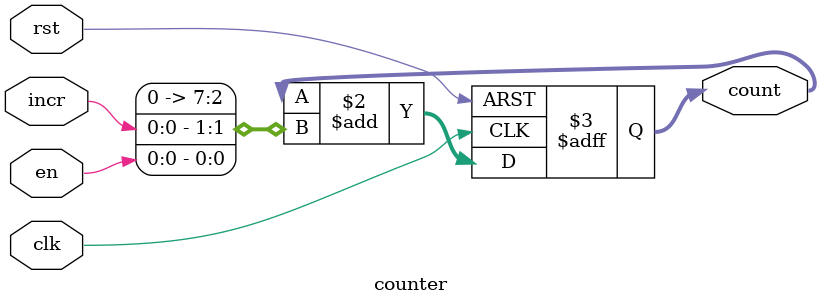
<source format=sv>

module counter #(
    parameter WIDTH = 8
) (
    // interface signals
    input logic clk,
    input logic rst,
    input logic en,
    input logic incr,
    output logic [WIDTH-1:0] count
);

always_ff @ (posedge clk, posedge rst)
    if (rst) count <= {WIDTH{1'b0}};
    else     count <= count + {incr, en};
endmodule

</source>
